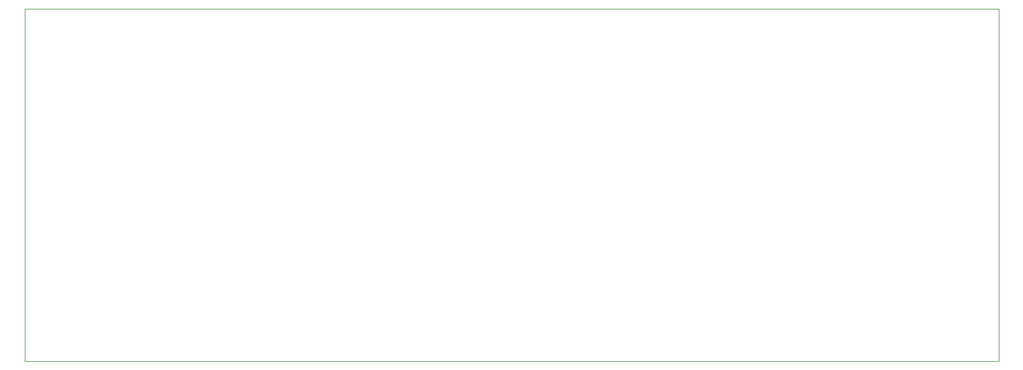
<source format=gbr>
%TF.GenerationSoftware,KiCad,Pcbnew,(5.1.10)-1*%
%TF.CreationDate,2021-12-05T17:06:37+00:00*%
%TF.ProjectId,devboard,64657662-6f61-4726-942e-6b696361645f,rev?*%
%TF.SameCoordinates,Original*%
%TF.FileFunction,Profile,NP*%
%FSLAX46Y46*%
G04 Gerber Fmt 4.6, Leading zero omitted, Abs format (unit mm)*
G04 Created by KiCad (PCBNEW (5.1.10)-1) date 2021-12-05 17:06:37*
%MOMM*%
%LPD*%
G01*
G04 APERTURE LIST*
%TA.AperFunction,Profile*%
%ADD10C,0.050000*%
%TD*%
G04 APERTURE END LIST*
D10*
X217043000Y-58039000D02*
X77343000Y-58039000D01*
X217043000Y-108585000D02*
X217043000Y-58039000D01*
X77343000Y-108585000D02*
X217043000Y-108585000D01*
X77343000Y-58039000D02*
X77343000Y-108585000D01*
M02*

</source>
